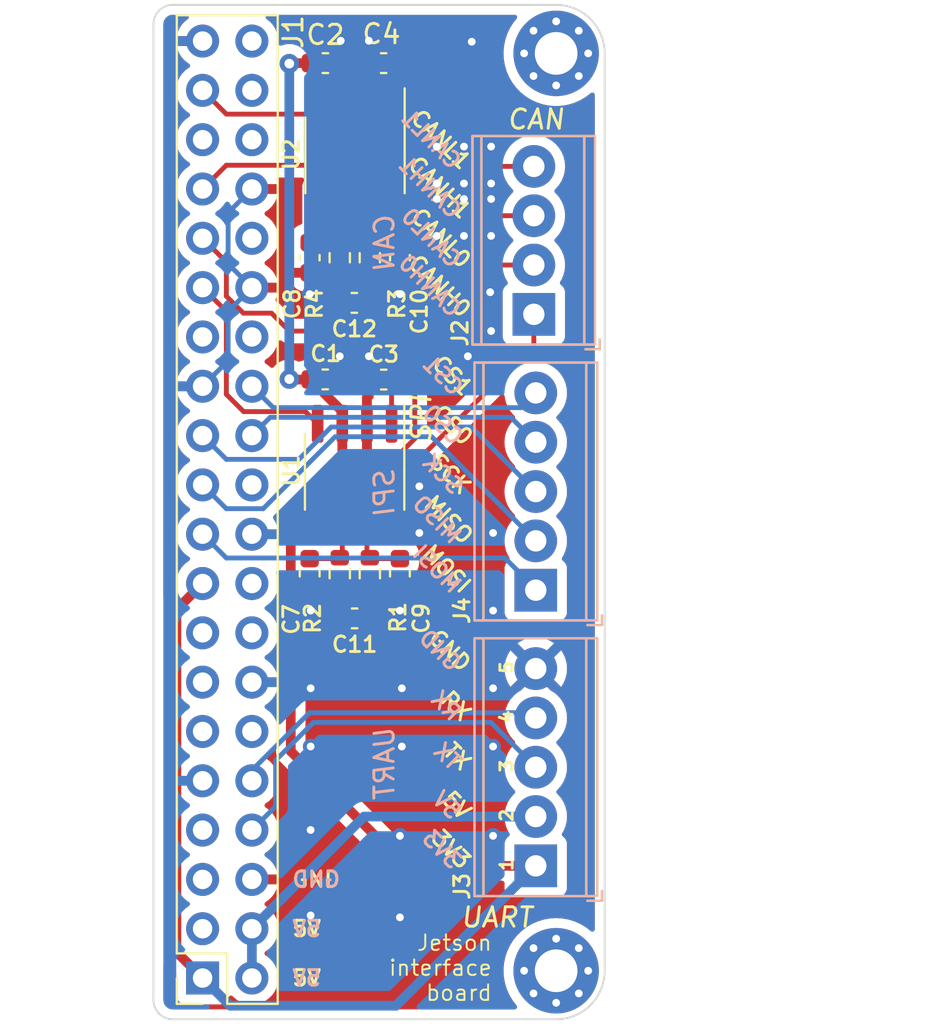
<source format=kicad_pcb>
(kicad_pcb (version 20211014) (generator pcbnew)
  (title_block (title "Jetson interface board w/ 3.3V CAN transceivers PCB") (date "2022-05-09") (rev "1") (comment 2 "Author: Vincent Nguyen"))
  (layers (0 "F.Cu" signal "Front") (31 "B.Cu" signal "Back") (34 "B.Paste" user) (35 "F.Paste" user) (36 "B.SilkS" user "B.Silkscreen") (37 "F.SilkS" user "F.Silkscreen") (38 "B.Mask" user) (39 "F.Mask" user) (44 "Edge.Cuts" user))
  (net 0 "")
  (net 1 "/CANH0")
  (net 2 "Net-(R1-Pad2)")
  (net 3 "/CANL0")
  (net 4 "/CANH1")
  (net 5 "Net-(C12-Pad1)")
  (net 6 "/CANL1")
  (net 7 "/CAN0_DOUT")
  (net 8 "GND")
  (net 9 "+3V3")
  (net 10 "/CAN0_DIN")
  (net 13 "/CAN1_DOUT")
  (net 14 "/CAN1_DIN")
  (net 17 "+5V")
  (net 21 "/UART1_TX")
  (net 22 "/UART1_RX")
  (net 29 "/SPI1_MOSI")
  (net 30 "/SPI1_MISO")
  (net 32 "/SPI1_SCK")
  (net 33 "/SPI1_CS0")
  (net 34 "/SPI1_CS1")
  (footprint "MountingHole:MountingHole_2.2mm_M2_Pad_Via" (layer "F.Cu") (at 162.17452 67.557777)
    (fp_text reference "H1" hide)
    (fp_text value "MountingHole")
    (pad "1" thru_hole circle (at 1.166726 1.166726) (size 0.7 0.7) (drill 0.4) (layers *.Cu *.Mask))
    (pad "1" thru_hole circle (at -1.166726 1.166726) (size 0.7 0.7) (drill 0.4) (layers *.Cu *.Mask))
    (pad "1" thru_hole circle (at 1.65 0) (size 0.7 0.7) (drill 0.4) (layers *.Cu *.Mask))
    (pad "1" thru_hole circle (at 1.166726 -1.166726) (size 0.7 0.7) (drill 0.4) (layers *.Cu *.Mask))
    (pad "1" thru_hole circle (at 0 0) (size 4.4 4.4) (drill 2.2) (layers *.Cu *.Mask))
    (pad "1" thru_hole circle (at -1.65 0) (size 0.7 0.7) (drill 0.4) (layers *.Cu *.Mask))
    (pad "1" thru_hole circle (at 0 -1.65) (size 0.7 0.7) (drill 0.4) (layers *.Cu *.Mask))
    (pad "1" thru_hole circle (at -1.166726 -1.166726) (size 0.7 0.7) (drill 0.4) (layers *.Cu *.Mask))
    (pad "1" thru_hole circle (at 0 1.65) (size 0.7 0.7) (drill 0.4) (layers *.Cu *.Mask))
  )
  (footprint "Capacitor_SMD:C_0603_1608Metric" (layer "F.Cu") (at 150.275 84.35)
    (fp_text reference "C1" (at 0.025 -1.325) (layer "F.SilkS") (effects (font (size 0.8 0.8))))
    (fp_text value "0.1uF")
    (fp_line (start -0.14058 -0.51) (end 0.14058 -0.51) (layer "F.SilkS") (width 0.12))
    (fp_line (start -0.14058 0.51) (end 0.14058 0.51) (layer "F.SilkS") (width 0.12))
    (pad "1" smd roundrect (at -0.775 0) (size 0.9 0.95) (layers "F.Cu" "F.Paste" "F.Mask") (net 9 "+3V3"))
    (pad "2" smd roundrect (at 0.775 0) (size 0.9 0.95) (layers "F.Cu" "F.Paste" "F.Mask") (net 8 "GND"))
  )
  (footprint "Package_SO:SOIC-8_3.9x4.9mm_P1.27mm" (layer "F.Cu") (at 151.78952 89.109143 -90)
    (fp_text reference "U1" (at -0.051366 3.265 90) (layer "F.SilkS") (effects (font (size 0.8 0.8))))
    (fp_text value "SN65HVD232QDR")
    (fp_line (start 0 2.56) (end -1.95 2.56) (layer "F.SilkS") (width 0.12))
    (fp_line (start 0 2.56) (end 1.95 2.56) (layer "F.SilkS") (width 0.12))
    (fp_line (start 0 -2.56) (end -3.45 -2.56) (layer "F.SilkS") (width 0.12))
    (fp_line (start 0 -2.56) (end 1.95 -2.56) (layer "F.SilkS") (width 0.12))
    (pad "1" smd roundrect (at -2.475 -1.905 270) (size 1.95 0.6) (layers "F.Cu" "F.Paste" "F.Mask") (net 7 "/CAN0_DOUT"))
    (pad "2" smd roundrect (at -2.475 -0.635 270) (size 1.95 0.6) (layers "F.Cu" "F.Paste" "F.Mask") (net 8 "GND"))
    (pad "3" smd roundrect (at -2.475 0.635 270) (size 1.95 0.6) (layers "F.Cu" "F.Paste" "F.Mask") (net 9 "+3V3"))
    (pad "4" smd roundrect (at -2.475 1.905 270) (size 1.95 0.6) (layers "F.Cu" "F.Paste" "F.Mask") (net 10 "/CAN0_DIN"))
    (pad "5" smd roundrect (at 2.475 1.905 270) (size 1.95 0.6) (layers "F.Cu" "F.Paste" "F.Mask"))
    (pad "6" smd roundrect (at 2.475 0.635 270) (size 1.95 0.6) (layers "F.Cu" "F.Paste" "F.Mask") (net 3 "/CANL0"))
    (pad "7" smd roundrect (at 2.475 -0.635 270) (size 1.95 0.6) (layers "F.Cu" "F.Paste" "F.Mask") (net 1 "/CANH0"))
    (pad "8" smd roundrect (at 2.475 -1.905 270) (size 1.95 0.6) (layers "F.Cu" "F.Paste" "F.Mask"))
  )
  (footprint "Capacitor_SMD:C_0603_1608Metric" (layer "F.Cu") (at 150.28452 68.059143)
    (fp_text reference "C2" (at 0 -1.459143) (layer "F.SilkS"))
    (fp_text value "0.1uF")
    (fp_line (start -0.14058 -0.51) (end 0.14058 -0.51) (layer "F.SilkS") (width 0.12))
    (fp_line (start -0.14058 0.51) (end 0.14058 0.51) (layer "F.SilkS") (width 0.12))
    (pad "1" smd roundrect (at -0.775 0) (size 0.9 0.95) (layers "F.Cu" "F.Paste" "F.Mask") (net 9 "+3V3"))
    (pad "2" smd roundrect (at 0.775 0) (size 0.9 0.95) (layers "F.Cu" "F.Paste" "F.Mask") (net 8 "GND"))
  )
  (footprint "0_Jetson_board:1725685" (layer "F.Cu") (at 161.12452 104.257777 90)
    (fp_text reference "J3" (at -6.2 -3.8 90) (layer "F.SilkS") (effects (font (size 0.787402 0.787402))))
    (fp_text value "Terminal block 01x05")
    (fp_text user "2" (at -2.54 -1.5 90) (layer "F.SilkS") (effects (font (size 0.64 0.64))))
    (fp_text user "4" (at 2.54 -1.5 90) (layer "F.SilkS") (effects (font (size 0.64 0.64))))
    (fp_text user "1" (at -5.08 -1.5 90) (layer "F.SilkS") (effects (font (size 0.64 0.64))))
    (fp_text user "3" (at 0 -1.5 90) (layer "F.SilkS") (effects (font (size 0.64 0.64))))
    (fp_text user "5" (at 5.08 -1.5 90) (layer "F.SilkS") (effects (font (size 0.64 0.64))))
    (fp_line (start -6.7 3.17) (end 6.58 3.17) (layer "B.SilkS") (width 0.12))
    (fp_line (start 6.58 -3.15) (end 6.58 3.17) (layer "B.SilkS") (width 0.12))
    (fp_line (start -6.94 3.41) (end -6.44 3.41) (layer "B.SilkS") (width 0.12))
    (fp_line (start -6.7 -3.15) (end 6.58 -3.15) (layer "B.SilkS") (width 0.12))
    (fp_line (start -6.7 -3.15) (end -6.7 3.17) (layer "B.SilkS") (width 0.12))
    (fp_line (start -6.7 -2.69) (end 6.58 -2.69) (layer "B.SilkS") (width 0.12))
    (fp_line (start -6.94 2.67) (end -6.94 3.41) (layer "B.SilkS") (width 0.12))
    (fp_line (start -6.7 2.61) (end 6.58 2.61) (layer "B.SilkS") (width 0.12))
    (fp_line (start -6.7075 -3.16) (end -6.7075 3.16) (layer "F.SilkS") (width 0.12))
    (fp_line (start 6.5725 -3.16) (end 6.5725 3.16) (layer "F.SilkS") (width 0.12))
    (fp_line (start -6.7075 -2.7) (end 6.5725 -2.7) (layer "F.SilkS") (width 0.12))
    (fp_line (start -6.7075 3.16) (end 6.5725 3.16) (layer "F.SilkS") (width 0.12))
    (fp_line (start -6.7075 -3.16) (end 6.5725 -3.16) (layer "F.SilkS") (width 0.12))
    (fp_line (start -6.7075 2.6) (end 6.5725 2.6) (layer "F.SilkS") (width 0.12))
    (fp_line (start -6.9475 3.4) (end -6.4475 3.4) (layer "F.SilkS") (width 0.12))
    (fp_line (start -6.9475 2.66) (end -6.9475 3.4) (layer "F.SilkS") (width 0.12))
    (pad "1" thru_hole rect (at -5.1475 0 90) (size 2.2 2.2) (drill 1.1) (layers *.Cu *.Mask) (net 9 "+3V3"))
    (pad "2" thru_hole circle (at -2.6075 0 90) (size 2.2 2.2) (drill 1.1) (layers *.Cu *.Mask) (net 17 "+5V"))
    (pad "3" thru_hole circle (at -0.0675 0 90) (size 2.2 2.2) (drill 1.1) (layers *.Cu *.Mask) (net 21 "/UART1_TX"))
    (pad "4" thru_hole circle (at 2.4725 0 90) (size 2.2 2.2) (drill 1.1) (layers *.Cu *.Mask) (net 22 "/UART1_RX"))
    (pad "5" thru_hole circle (at 5.0125 0 90) (size 2.2 2.2) (drill 1.1) (layers *.Cu *.Mask) (net 8 "GND"))
  )
  (footprint "0_Jetson_board:1725672" (layer "F.Cu") (at 161.02452 77.157777 90)
    (fp_text reference "J2" (at -4.8 -3.8 270) (layer "F.SilkS") (effects (font (size 0.8 0.8))))
    (fp_text value "Terminal block 01x04")
    (fp_line (start -5.39 -2.71) (end 5.35 -2.71) (layer "B.SilkS") (width 0.12))
    (fp_line (start -5.63 3.39) (end -5.13 3.39) (layer "B.SilkS") (width 0.12))
    (fp_line (start -5.63 2.65) (end -5.63 3.39) (layer "B.SilkS") (width 0.12))
    (fp_line (start -5.39 3.15) (end 5.35 3.15) (layer "B.SilkS") (width 0.12))
    (fp_line (start 5.35 -3.17) (end 5.35 3.15) (layer "B.SilkS") (width 0.12))
    (fp_line (start -5.39 2.59) (end 5.35 2.59) (layer "B.SilkS") (width 0.12))
    (fp_line (start -5.39 -3.17) (end -5.39 3.15) (layer "B.SilkS") (width 0.12))
    (fp_line (start -5.39 -3.17) (end 5.35 -3.17) (layer "B.SilkS") (width 0.12))
    (fp_line (start -5.64 2.66) (end -5.64 3.4) (layer "F.SilkS") (width 0.12))
    (fp_line (start -5.4 2.6) (end 5.34 2.6) (layer "F.SilkS") (width 0.12))
    (fp_line (start -5.64 3.4) (end -5.14 3.4) (layer "F.SilkS") (width 0.12))
    (fp_line (start -5.4 3.16) (end 5.34 3.16) (layer "F.SilkS") (width 0.12))
    (fp_line (start 5.34 -3.16) (end 5.34 3.16) (layer "F.SilkS") (width 0.12))
    (fp_line (start -5.4 -3.16) (end -5.4 3.16) (layer "F.SilkS") (width 0.12))
    (fp_line (start -5.4 -2.7) (end 5.34 -2.7) (layer "F.SilkS") (width 0.12))
    (fp_line (start -5.4 -3.16) (end 5.34 -3.16) (layer "F.SilkS") (width 0.12))
    (pad "1" thru_hole rect (at -3.84 0 90) (size 2.2 2.2) (drill 1.1) (layers *.Cu *.Mask) (net 1 "/CANH0"))
    (pad "2" thru_hole circle (at -1.3 0 90) (size 2.2 2.2) (drill 1.1) (layers *.Cu *.Mask) (net 3 "/CANL0"))
    (pad "3" thru_hole circle (at 1.24 0 90) (size 2.2 2.2) (drill 1.1) (layers *.Cu *.Mask) (net 4 "/CANH1"))
    (pad "4" thru_hole circle (at 3.78 0 90) (size 2.2 2.2) (drill 1.1) (layers *.Cu *.Mask) (net 6 "/CANL1"))
  )
  (footprint "Capacitor_SMD:C_0603_1608Metric" (layer "F.Cu") (at 154.12452 78.082777 -90)
    (fp_text reference "C10" (at 2.775 -1 -90) (layer "F.SilkS") (effects (font (size 0.8 0.8))))
    (fp_text value "100pF")
    (fp_line (start -0.14058 -0.51) (end 0.14058 -0.51) (layer "F.SilkS") (width 0.12))
    (fp_line (start -0.14058 0.51) (end 0.14058 0.51) (layer "F.SilkS") (width 0.12))
    (pad "1" smd roundrect (at -0.775 0 270) (size 0.9 0.95) (layers "F.Cu" "F.Paste" "F.Mask") (net 4 "/CANH1"))
    (pad "2" smd roundrect (at 0.775 0 270) (size 0.9 0.95) (layers "F.Cu" "F.Paste" "F.Mask") (net 8 "GND"))
  )
  (footprint "MountingHole:MountingHole_2.2mm_M2_Pad_Via" (layer "F.Cu") (at 162.17452 114.807777)
    (fp_text reference "H2" hide)
    (fp_text value "MountingHole")
    (pad "1" thru_hole circle (at -1.65 0) (size 0.7 0.7) (drill 0.4) (layers *.Cu *.Mask))
    (pad "1" thru_hole circle (at 0 1.65) (size 0.7 0.7) (drill 0.4) (layers *.Cu *.Mask))
    (pad "1" thru_hole circle (at 0 0) (size 4.4 4.4) (drill 2.2) (layers *.Cu *.Mask))
    (pad "1" thru_hole circle (at 1.65 0) (size 0.7 0.7) (drill 0.4) (layers *.Cu *.Mask))
    (pad "1" thru_hole circle (at 0 -1.65) (size 0.7 0.7) (drill 0.4) (layers *.Cu *.Mask))
    (pad "1" thru_hole circle (at -1.166726 -1.166726) (size 0.7 0.7) (drill 0.4) (layers *.Cu *.Mask))
    (pad "1" thru_hole circle (at -1.166726 1.166726) (size 0.7 0.7) (drill 0.4) (layers *.Cu *.Mask))
    (pad "1" thru_hole circle (at 1.166726 -1.166726) (size 0.7 0.7) (drill 0.4) (layers *.Cu *.Mask))
    (pad "1" thru_hole circle (at 1.166726 1.166726) (size 0.7 0.7) (drill 0.4) (layers *.Cu *.Mask))
  )
  (footprint "Capacitor_SMD:C_0603_1608Metric" (layer "F.Cu") (at 151.78952 96.657777)
    (fp_text reference "C11" (at 0 1.342223) (layer "F.SilkS") (effects (font (size 0.8 0.8))))
    (fp_text value "0.1uF")
    (fp_line (start -0.14058 -0.51) (end 0.14058 -0.51) (layer "F.SilkS") (width 0.12))
    (fp_line (start -0.14058 0.51) (end 0.14058 0.51) (layer "F.SilkS") (width 0.12))
    (pad "1" smd roundrect (at -0.775 0) (size 0.9 0.95) (layers "F.Cu" "F.Paste" "F.Mask") (net 2 "Net-(R1-Pad2)"))
    (pad "2" smd roundrect (at 0.775 0) (size 0.9 0.95) (layers "F.Cu" "F.Paste" "F.Mask") (net 8 "GND"))
  )
  (footprint "Capacitor_SMD:C_0603_1608Metric" (layer "F.Cu") (at 154.12452 94.357777 -90)
    (fp_text reference "C9" (at 2.3 -1.1 -90) (layer "F.SilkS") (effects (font (size 0.8 0.8))))
    (fp_text value "100pF")
    (fp_line (start -0.14058 -0.51) (end 0.14058 -0.51) (layer "F.SilkS") (width 0.12))
    (fp_line (start -0.14058 0.51) (end 0.14058 0.51) (layer "F.SilkS") (width 0.12))
    (pad "1" smd roundrect (at -0.775 0 270) (size 0.9 0.95) (layers "F.Cu" "F.Paste" "F.Mask") (net 1 "/CANH0"))
    (pad "2" smd roundrect (at 0.775 0 270) (size 0.9 0.95) (layers "F.Cu" "F.Paste" "F.Mask") (net 8 "GND"))
  )
  (footprint "Resistor_SMD:R_0603_1608Metric" (layer "F.Cu") (at 152.57452 94.357777 -90)
    (fp_text reference "R1" (at 2.25 -1.45 90) (layer "F.SilkS") (effects (font (size 0.8 0.8))))
    (fp_text value "60R")
    (fp_line (start -0.237258 -0.5225) (end 0.237258 -0.5225) (layer "F.SilkS") (width 0.12))
    (fp_line (start -0.237258 0.5225) (end 0.237258 0.5225) (layer "F.SilkS") (width 0.12))
    (pad "1" smd roundrect (at -0.825 0 270) (size 0.8 0.95) (layers "F.Cu" "F.Paste" "F.Mask") (net 1 "/CANH0"))
    (pad "2" smd roundrect (at 0.825 0 270) (size 0.8 0.95) (layers "F.Cu" "F.Paste" "F.Mask") (net 2 "Net-(R1-Pad2)"))
  )
  (footprint "Resistor_SMD:R_0603_1608Metric" (layer "F.Cu") (at 151.02452 94.357777 90)
    (fp_text reference "R2" (at -2.3 -1.4 270) (layer "F.SilkS") (effects (font (size 0.8 0.8))))
    (fp_text value "60R")
    (fp_line (start -0.237258 0.5225) (end 0.237258 0.5225) (layer "F.SilkS") (width 0.12))
    (fp_line (start -0.237258 -0.5225) (end 0.237258 -0.5225) (layer "F.SilkS") (width 0.12))
    (pad "1" smd roundrect (at -0.825 0 90) (size 0.8 0.95) (layers "F.Cu" "F.Paste" "F.Mask") (net 2 "Net-(R1-Pad2)"))
    (pad "2" smd roundrect (at 0.825 0 90) (size 0.8 0.95) (layers "F.Cu" "F.Paste" "F.Mask") (net 3 "/CANL0"))
  )
  (footprint "Capacitor_SMD:C_0603_1608Metric" (layer "F.Cu") (at 151.77452 80.407777)
    (fp_text reference "C12" (at 0 1.342223) (layer "F.SilkS") (effects (font (size 0.8 0.8))))
    (fp_text value "0.1uF")
    (fp_line (start -0.14058 -0.51) (end 0.14058 -0.51) (layer "F.SilkS") (width 0.12))
    (fp_line (start -0.14058 0.51) (end 0.14058 0.51) (layer "F.SilkS") (width 0.12))
    (pad "1" smd roundrect (at -0.775 0) (size 0.9 0.95) (layers "F.Cu" "F.Paste" "F.Mask") (net 5 "Net-(C12-Pad1)"))
    (pad "2" smd roundrect (at 0.775 0) (size 0.9 0.95) (layers "F.Cu" "F.Paste" "F.Mask") (net 8 "GND"))
  )
  (footprint "Capacitor_SMD:C_0603_1608Metric" (layer "F.Cu") (at 153.28452 68.059143 180)
    (fp_text reference "C4" (at 0.11 1.501366) (layer "F.SilkS"))
    (fp_text value "0.1uF")
    (fp_line (start -0.14058 -0.51) (end 0.14058 -0.51) (layer "F.SilkS") (width 0.12))
    (fp_line (start -0.14058 0.51) (end 0.14058 0.51) (layer "F.SilkS") (width 0.12))
    (pad "1" smd roundrect (at -0.775 0 180) (size 0.9 0.95) (layers "F.Cu" "F.Paste" "F.Mask") (net 13 "/CAN1_DOUT"))
    (pad "2" smd roundrect (at 0.775 0 180) (size 0.9 0.95) (layers "F.Cu" "F.Paste" "F.Mask") (net 8 "GND"))
  )
  (footprint "Package_SO:SOIC-8_3.9x4.9mm_P1.27mm" (layer "F.Cu") (at 151.80952 72.809143 -90)
    (fp_text reference "U2" (at -0.051366 3.285 -90) (layer "F.SilkS") (effects (font (size 0.8 0.8))))
    (fp_text value "SN65HVD232QDR")
    (fp_line (start 0 2.56) (end 1.95 2.56) (layer "F.SilkS") (width 0.12))
    (fp_line (start 0 -2.56) (end 1.95 -2.56) (layer "F.SilkS") (width 0.12))
    (fp_line (start 0 2.56) (end -1.95 2.56) (layer "F.SilkS") (width 0.12))
    (fp_line (start 0 -2.56) (end -3.45 -2.56) (layer "F.SilkS") (width 0.12))
    (pad "1" smd roundrect (at -2.475 -1.905 270) (size 1.95 0.6) (layers "F.Cu" "F.Paste" "F.Mask") (net 13 "/CAN1_DOUT"))
    (pad "2" smd roundrect (at -2.475 -0.635 270) (size 1.95 0.6) (layers "F.Cu" "F.Paste" "F.Mask") (net 8 "GND"))
    (pad "3" smd roundrect (at -2.475 0.635 270) (size 1.95 0.6) (layers "F.Cu" "F.Paste" "F.Mask") (net 9 "+3V3"))
    (pad "4" smd roundrect (at -2.475 1.905 270) (size 1.95 0.6) (layers "F.Cu" "F.Paste" "F.Mask") (net 14 "/CAN1_DIN"))
    (pad "5" smd roundrect (at 2.475 1.905 270) (size 1.95 0.6) (layers "F.Cu" "F.Paste" "F.Mask"))
    (pad "6" smd roundrect (at 2.475 0.635 270) (size 1.95 0.6) (layers "F.Cu" "F.Paste" "F.Mask") (net 6 "/CANL1"))
    (pad "7" smd roundrect (at 2.475 -0.635 270) (size 1.95 0.6) (layers "F.Cu" "F.Paste" "F.Mask") (net 4 "/CANH1"))
    (pad "8" smd roundrect (at 2.475 -1.905 270) (size 1.95 0.6) (layers "F.Cu" "F.Paste" "F.Mask"))
  )
  (footprint "Capacitor_SMD:C_0603_1608Metric" (layer "F.Cu") (at 149.47452 94.357777 -90)
    (fp_text reference "C7" (at 2.35 0.95 -90) (layer "F.SilkS") (effects (font (size 0.8 0.8))))
    (fp_text value "100pF")
    (fp_line (start -0.14058 0.51) (end 0.14058 0.51) (layer "F.SilkS") (width 0.12))
    (fp_line (start -0.14058 -0.51) (end 0.14058 -0.51) (layer "F.SilkS") (width 0.12))
    (pad "1" smd roundrect (at -0.775 0 270) (size 0.9 0.95) (layers "F.Cu" "F.Paste" "F.Mask") (net 3 "/CANL0"))
    (pad "2" smd roundrect (at 0.775 0 270) (size 0.9 0.95) (layers "F.Cu" "F.Paste" "F.Mask") (net 8 "GND"))
  )
  (footprint "0_Jetson_board:2x20 2.54mm Socket" (layer "F.Cu") (at 145.22652 91.052777)
    (fp_text reference "J1" (at 3.398 -24.595 90 unlocked) (layer "F.SilkS"))
    (fp_text value "Conn_02x20_Odd_Even")
    (fp_line (start -2.6 25.46) (end -1.27 25.46) (layer "F.SilkS") (width 0.12))
    (fp_line (start -2.6 22.86) (end -2.6 -25.46) (layer "F.SilkS") (width 0.12))
    (fp_line (start -2.6 24.13) (end -2.6 25.46) (layer "F.SilkS") (width 0.12))
    (fp_line (start -2.6 22.86) (end 0 22.86) (layer "F.SilkS") (width 0.12))
    (fp_line (start -2.6 -25.46) (end 2.6 -25.46) (layer "F.SilkS") (width 0.12))
    (fp_line (start 0 25.46) (end 2.6 25.46) (layer "F.SilkS") (width 0.12))
    (fp_line (start 2.6 25.46) (end 2.6 -25.46) (layer "F.SilkS") (width 0.12))
    (fp_line (start 0 22.86) (end 0 25.46) (layer "F.SilkS") (width 0.12))
    (pad "1" thru_hole rect (at -1.27 24.13 180) (size 1.7 1.7) (drill 1) (layers *.Cu *.Mask) (net 9 "+3V3"))
    (pad "2" thru_hole oval (at 1.27 24.13 180) (size 1.7 1.7) (drill 1) (layers *.Cu *.Mask) (net 17 "+5V"))
    (pad "3" thru_hole oval (at -1.27 21.59 180) (size 1.7 1.7) (drill 1) (layers *.Cu *.Mask))
    (pad "4" thru_hole oval (at 1.27 21.59 180) (size 1.7 1.7) (drill 1) (layers *.Cu *.Mask) (net 17 "+5V"))
    (pad "5" thru_hole oval (at -1.27 19.05 180) (size 1.7 1.7) (drill 1) (layers *.Cu *.Mask))
    (pad "6" thru_hole oval (at 1.27 19.05 180) (size 1.7 1.7) (drill 1) (layers *.Cu *.Mask) (net 8 "GND"))
    (pad "7" thru_hole oval (at -1.27 16.51 180) (size 1.7 1.7) (drill 1) (layers *.Cu *.Mask))
    (pad "8" thru_hole oval (at 1.27 16.51 180) (size 1.7 1.7) (drill 1) (layers *.Cu *.Mask) (net 21 "/UART1_TX"))
    (pad "9" thru_hole oval (at -1.27 13.97 180) (size 1.7 1.7) (drill 1) (layers *.Cu *.Mask) (net 8 "GND"))
    (pad "10" thru_hole oval (at 1.27 13.97 180) (size 1.7 1.7) (drill 1) (layers *.Cu *.Mask) (net 22 "/UART1_RX"))
    (pad "11" thru_hole oval (at -1.27 11.43 180) (size 1.7 1.7) (drill 1) (layers *.Cu *.Mask))
    (pad "12" thru_hole oval (at 1.27 11.43 180) (size 1.7 1.7) (drill 1) (layers *.Cu *.Mask))
    (pad "13" thru_hole oval (at -1.27 8.89 180) (size 1.7 1.7) (drill 1) (layers *.Cu *.Mask))
    (pad "14" thru_hole oval (at 1.27 8.89 180) (size 1.7 1.7) (drill 1) (layers *.Cu *.Mask) (net 8 "GND"))
    (pad "15" thru_hole oval (at -1.27 6.35 180) (size 1.7 1.7) (drill 1) (layers *.Cu *.Mask))
    (pad "16" thru_hole oval (at 1.27 6.35 180) (size 1.7 1.7) (drill 1) (layers *.Cu *.Mask))
    (pad "17" thru_hole oval (at -1.27 3.81 180) (size 1.7 1.7) (drill 1) (layers *.Cu *.Mask) (net 9 "+3V3"))
    (pad "18" thru_hole oval (at 1.27 3.81 180) (size 1.7 1.7) (drill 1) (layers *.Cu *.Mask))
    (pad "19" thru_hole oval (at -1.27 1.27 180) (size 1.7 1.7) (drill 1) (layers *.Cu *.Mask) (net 29 "/SPI1_MOSI"))
    (pad "20" thru_hole oval (at 1.27 1.27 180) (size 1.7 1.7) (drill 1) (layers *.Cu *.Mask) (net 8 "GND"))
    (pad "21" thru_hole oval (at -1.27 -1.27 180) (size 1.7 1.7) (drill 1) (layers *.Cu *.Mask) (net 30 "/SPI1_MISO"))
    (pad "22" thru_hole oval (at 1.27 -1.27 180) (size 1.7 1.7) (drill 1) (layers *.Cu *.Mask))
    (pad "23" thru_hole oval (at -1.27 -3.81 180) (size 1.7 1.7) (drill 1) (layers *.Cu *.Mask) (net 32 "/SPI1_SCK"))
    (pad "24" thru_hole oval (at 1.27 -3.81 180) (size 1.7 1.7) (drill 1) (layers *.Cu *.Mask) (net 33 "/SPI1_CS0"))
    (pad "25" thru_hole oval (at -1.27 -6.35 180) (size 1.7 1.7) (drill 1) (layers *.Cu *.Mask) (net 8 "GND"))
    (pad "26" thru_hole oval (at 1.27 -6.35 180) (size 1.7 1.7) (drill 1) (layers *.Cu *.Mask) (net 34 "/SPI1_CS1"))
    (pad "27" thru_hole oval (at -1.27 -8.89 180) (size 1.7 1.7) (drill 1) (layers *.Cu *.Mask))
    (pad "28" thru_hole oval (at 1.27 -8.89 180) (size 1.7 1.7) (drill 1) (layers *.Cu *.Mask))
    (pad "29" thru_hole oval (at -1.27 -11.43 180) (size 1.7 1.7) (drill 1) (layers *.Cu *.Mask) (net 10 "/CAN0_DIN"))
    (pad "30" thru_hole oval (at 1.27 -11.43 180) (size 1.7 1.7) (drill 1) (layers *.Cu *.Mask) (net 8 "GND"))
    (pad "31" thru_hole oval (at -1.27 -13.97 180) (size 1.7 1.7) (drill 1) (layers *.Cu *.Mask) (net 7 "/CAN0_DOUT"))
    (pad "32" thru_hole oval (at 1.27 -13.97 180) (size 1.7 1.7) (drill 1) (layers *.Cu *.Mask))
    (pad "33" thru_hole oval (at -1.27 -16.51 180) (size 1.7 1.7) (drill 1) (layers *.Cu *.Mask) (net 13 "/CAN1_DOUT"))
    (pad "34" thru_hole oval (at 1.27 -16.51 180) (size 1.7 1.7) (drill 1) (layers *.Cu *.Mask) (net 8 "GND"))
    (pad "35" thru_hole oval (at -1.27 -19.05 180) (size 1.7 1.7) (drill 1) (layers *.Cu *.Mask))
    (pad "36" thru_hole oval (at 1.27 -19.05 180) (size 1.7 1.7) (drill 1) (layers *.Cu *.Mask))
    (pad "37" thru_hole oval (at -1.27 -21.59 180) (size 1.7 1.7) (drill 1) (layers *.Cu *.Mask) (net 14 "/CAN1_DIN"))
    (pad "38" thru_hole oval (at 1.27 -21.59 180) (size 1.7 1.7) (drill 1) (layers *.Cu *.Mask))
    (pad "39" thru_hole oval (at -1.27 -24.13 180) (size 1.7 1.7) (drill 1) (layers *.Cu *.Mask) (net 8 "GND"))
    (pad "40" thru_hole oval (at 1.27 -24.13 180) (size 1.7 1.7) (drill 1) (layers *.Cu *.Mask))
  )
  (footprint "Resistor_SMD:R_0603_1608Metric" (layer "F.Cu") (at 151.02452 78.082777 90)
    (fp_text reference "R4" (at -2.375 -1.3 270) (layer "F.SilkS") (effects (font (size 0.8 0.8))))
    (fp_text value "60R")
    (fp_line (start -0.237258 -0.5225) (end 0.237258 -0.5225) (layer "F.SilkS") (width 0.12))
    (fp_line (start -0.237258 0.5225) (end 0.237258 0.5225) (layer "F.SilkS") (width 0.12))
    (pad "1" smd roundrect (at -0.825 0 90) (size 0.8 0.95) (layers "F.Cu" "F.Paste" "F.Mask") (net 5 "Net-(C12-Pad1)"))
    (pad "2" smd roundrect (at 0.825 0 90) (size 0.8 0.95) (layers "F.Cu" "F.Paste" "F.Mask") (net 6 "/CANL1"))
  )
  (footprint "0_Jetson_board:1725685" (layer "F.Cu") (at 161.12452 90.057777 90)
    (fp_text reference "J4" (at -6.2 -3.8 270) (layer "F.SilkS") (effects (font (size 0.787402 0.787402))))
    (fp_text value "Terminal block 01x05")
    (fp_line (start -6.7 -2.69) (end 6.58 -2.69) (layer "B.SilkS") (width 0.12))
    (fp_line (start -6.7 3.17) (end 6.58 3.17) (layer "B.SilkS") (width 0.12))
    (fp_line (start -6.94 2.67) (end -6.94 3.41) (layer "B.SilkS") (width 0.12))
    (fp_line (start 6.58 -3.15) (end 6.58 3.17) (layer "B.SilkS") (width 0.12))
    (fp_line (start -6.7 -3.15) (end -6.7 3.17) (layer "B.SilkS") (width 0.12))
    (fp_line (start -6.7 2.61) (end 6.58 2.61) (layer "B.SilkS") (width 0.12))
    (fp_line (start -6.7 -3.15) (end 6.58 -3.15) (layer "B.SilkS") (width 0.12))
    (fp_line (start -6.94 3.41) (end -6.44 3.41) (layer "B.SilkS") (width 0.12))
    (fp_line (start -6.7075 2.6) (end 6.5725 2.6) (layer "F.SilkS") (width 0.12))
    (fp_line (start -6.9475 2.66) (end -6.9475 3.4) (layer "F.SilkS") (width 0.12))
    (fp_line (start -6.7075 3.16) (end 6.5725 3.16) (layer "F.SilkS") (width 0.12))
    (fp_line (start -6.7075 -3.16) (end 6.5725 -3.16) (layer "F.SilkS") (width 0.12))
    (fp_line (start -6.9475 3.4) (end -6.4475 3.4) (layer "F.SilkS") (width 0.12))
    (fp_line (start -6.7075 -2.7) (end 6.5725 -2.7) (layer "F.SilkS") (width 0.12))
    (fp_line (start -6.7075 -3.16) (end -6.7075 3.16) (layer "F.SilkS") (width 0.12))
    (fp_line (start 6.5725 -3.16) (end 6.5725 3.16) (layer "F.SilkS") (width 0.12))
    (pad "1" thru_hole rect (at -5.1475 0 90) (size 2.2 2.2) (drill 1.1) (layers *.Cu *.Mask) (net 29 "/SPI1_MOSI"))
    (pad "2" thru_hole circle (at -2.6075 0 90) (size 2.2 2.2) (drill 1.1) (layers *.Cu *.Mask) (net 30 "/SPI1_MISO"))
    (pad "3" thru_hole circle (at -0.0675 0 90) (size 2.2 2.2) (drill 1.1) (layers *.Cu *.Mask) (net 32 "/SPI1_SCK"))
    (pad "4" thru_hole circle (at 2.4725 0 90) (size 2.2 2.2) (drill 1.1) (layers *.Cu *.Mask) (net 33 "/SPI1_CS0"))
    (pad "5" thru_hole circle (at 5.0125 0 90) (size 2.2 2.2) (drill 1.1) (layers *.Cu *.Mask) (net 34 "/SPI1_CS1"))
  )
  (footprint "Capacitor_SMD:C_0603_1608Metric" (layer "F.Cu") (at 153.28952 84.359143 180)
    (fp_text reference "C3" (at 0 1.301366) (layer "F.SilkS") (effects (font (size 0.8 0.8))))
    (fp_text value "0.1uF")
    (fp_line (start -0.14058 0.51) (end 0.14058 0.51) (layer "F.SilkS") (width 0.12))
    (fp_line (start -0.14058 -0.51) (end 0.14058 -0.51) (layer "F.SilkS") (width 0.12))
    (pad "1" smd roundrect (at -0.775 0 180) (size 0.9 0.95) (layers "F.Cu" "F.Paste" "F.Mask") (net 7 "/CAN0_DOUT"))
    (pad "2" smd roundrect (at 0.775 0 180) (size 0.9 0.95) (layers "F.Cu" "F.Paste" "F.Mask") (net 8 "GND"))
  )
  (footprint "Resistor_SMD:R_0603_1608Metric" (layer "F.Cu") (at 152.57452 78.082777 -90)
    (fp_text reference "R3" (at 2.375 -1.4 -90) (layer "F.SilkS") (effects (font (size 0.8 0.8))))
    (fp_text value "60R")
    (fp_line (start -0.237258 0.5225) (end 0.237258 0.5225) (layer "F.SilkS") (width 0.12))
    (fp_line (start -0.237258 -0.5225) (end 0.237258 -0.5225) (layer "F.SilkS") (width 0.12))
    (pad "1" smd roundrect (at -0.825 0 270) (size 0.8 0.95) (layers "F.Cu" "F.Paste" "F.Mask") (net 4 "/CANH1"))
    (pad "2" smd roundrect (at 0.825 0 270) (size 0.8 0.95) (layers "F.Cu" "F.Paste" "F.Mask") (net 5 "Net-(C12-Pad1)"))
  )
  (footprint "Capacitor_SMD:C_0603_1608Metric" (layer "F.Cu") (at 149.47452 78.082777 -90)
    (fp_text reference "C8" (at 2.375 0.9 -90) (layer "F.SilkS") (effects (font (size 0.8 0.8))))
    (fp_text value "100pF")
    (fp_line (start -0.14058 0.51) (end 0.14058 0.51) (layer "F.SilkS") (width 0.12))
    (fp_line (start -0.14058 -0.51) (end 0.14058 -0.51) (layer "F.SilkS") (width 0.12))
    (pad "1" smd roundrect (at -0.775 0 270) (size 0.9 0.95) (layers "F.Cu" "F.Paste" "F.Mask") (net 6 "/CANL1"))
    (pad "2" smd roundrect (at 0.775 0 270) (size 0.9 0.95) (layers "F.Cu" "F.Paste" "F.Mask") (net 8 "GND"))
  )
  (gr_arc (start 164.67452 114.807777) (mid 163.942287 116.575544) (end 162.17452 117.307777) (layer "Edge.Cuts") (width 0.1))
  (gr_line (start 142.42452 65.057777) (end 162.17452 65.057777) (layer "Edge.Cuts") (width 0.1))
  (gr_arc (start 141.42452 66.057777) (mid 141.717413 65.35067) (end 142.42452 65.057777) (layer "Edge.Cuts") (width 0.1))
  (gr_arc (start 162.17452 65.057777) (mid 163.942287 65.79001) (end 164.67452 67.557777) (layer "Edge.Cuts") (width 0.1))
  (gr_line (start 141.42452 66.057777) (end 141.42452 116.307777) (layer "Edge.Cuts") (width 0.1))
  (gr_arc (start 142.42452 117.307777) (mid 141.717413 117.014884) (end 141.42452 116.307777) (layer "Edge.Cuts") (width 0.1))
  (gr_line (start 164.67452 67.557777) (end 164.67452 114.807777) (layer "Edge.Cuts") (width 0.1))
  (gr_line (start 162.17452 117.307777) (end 142.42452 117.307777) (layer "Edge.Cuts") (width 0.1))
  (gr_text "SCK" (at 157.22452 90.125277 -45) (layer "B.SilkS") (effects (font (size 0.8 0.8)) (justify left mirror)))
  (gr_text "CAN" (at 153.32452 77.257777 90) (layer "B.SilkS") (effects (font (size 1 1) (thickness 0.15) italic) (justify mirror)))
  (gr_text "CANH0" (at 157.12452 80.997777 -45) (layer "B.SilkS") (effects (font (size 0.8 0.8)) (justify left mirror)))
  (gr_text "CANL1" (at 157.12452 73.377777 -45) (layer "B.SilkS") (effects (font (size 0.8 0.8)) (justify left mirror)))
  (gr_text "GND" (at 157.12452 99.245277 -45) (layer "B.SilkS") (effects (font (size 0.8 0.8)) (justify left mirror)))
  (gr_text "CANL0" (at 157.12452 78.457777 -45) (layer "B.SilkS") (effects (font (size 0.8 0.8)) (justify left mirror)))
  (gr_text "GND" (at 148.49652 110.102777) (layer "B.SilkS") (effects (font (size 0.8 0.8)) (justify right mirror)))
  (gr_text "3V3" (at 157.12452 109.405277 -45) (layer "B.SilkS") (effects (font (size 0.8 0.8)) (justify left mirror)))
  (gr_text "SPI" (at 153.32452 90.125277 90) (layer "B.SilkS") (effects (font (size 1 1) (thickness 0.15) italic) (justify mirror)))
  (gr_text "5V" (at 157.12452 106.865277 -45) (layer "B.SilkS") (effects (font (size 0.8 0.8)) (justify left mirror)))
  (gr_text "RX" (at 157.12452 101.785277 -45) (layer "B.SilkS") (effects (font (size 0.8 0.8)) (justify left mirror)))
  (gr_text "TX" (at 157.12452 104.325277 -45) (layer "B.SilkS") (effects (font (size 0.8 0.8)) (justify left mirror)))
  (gr_text "5V" (at 148.49652 112.642777) (layer "B.SilkS") (effects (font (size 0.8 0.8)) (justify right mirror)))
  (gr_text "MOSI" (at 157.12452 95.205277 -45) (layer "B.SilkS") (effects (font (size 0.8 0.8)) (justify left mirror)))
  (gr_text "UART" (at 153.32452 104.057777 90) (layer "B.SilkS") (effects (font (size 1 1) (thickness 0.15) italic) (justify mirror)))
  (gr_text "CANH1" (at 157.12452 75.917777 315) (layer "B.SilkS") (effects (font (size 0.8 0.8)) (justify left mirror)))
  (gr_text "CS0" (at 157.22452 87.585277 -45) (layer "B.SilkS") (effects (font (size 0.8 0.8)) (justify left mirror)))
  (gr_text "5V" (at 148.49652 115.182777) (layer "B.SilkS") (effects (font (size 0.8 0.8)) (justify right mirror)))
  (gr_text "CS1" (at 157.22452 85.045277 -45) (layer "B.SilkS") (effects (font (size 0.8 0.8)) (justify left mirror)))
  (gr_text "MISO" (at 157.12452 92.665277 -45) (layer "B.SilkS") (effects (font (size 0.8 0.8)) (justify left mirror)))
  (gr_text "CANL1" (at 157.62452 73.377777 315) (layer "F.SilkS") (effects (font (size 0.8 0.8)) (justify right)))
  (gr_text "UART" (at 159.12452 112.057777) (layer "F.SilkS") (effects (font (size 1 1) (thickness 0.15) italic)))
  (gr_text "SCK" (at 157.62452 90.125277 315) (layer "F.SilkS") (effects (font (size 0.8 0.8)) (justify right)))
  (gr_text "CANH0" (at 157.62452 80.997777 315) (layer "F.SilkS") (effects (font (size 0.8 0.8)) (justify right)))
  (gr_text "5V" (at 148.49652 112.642777) (layer "F.SilkS") (effects (font (size 0.8 0.8)) (justify left)))
  (gr_text "RX" (at 157.62452 101.785277 315) (layer "F.SilkS") (effects (font (size 0.8 0.8)) (justify right)))
  (gr_text "CAN" (at 161.12452 70.957777) (layer "F.SilkS") (effects (font (size 1 1) (thickness 0.15) italic)))
  (gr_text "SPI" (at 155.22452 86.357777 90) (layer "F.SilkS") (effects (font (size 1 1) (thickness 0.15) italic)))
  (gr_text "CANH1" (at 157.62452 75.917777 315) (layer "F.SilkS") (effects (font (size 0.8 0.8)) (justify right)))
  (gr_text "5V" (at 157.62452 106.865277 315) (layer "F.SilkS") (effects (font (size 0.8 0.8)) (justify right)))
  (gr_text "5V" (at 148.49652 115.182777) (layer "F.SilkS") (effects (font (size 0.8 0.8)) (justify left)))
  (gr_text "3V3" (at 157.62452 109.405277 315) (layer "F.SilkS") (effects (font (size 0.8 0.8)) (justify right)))
  (gr_text "GND" (at 157.62452 99.245277 315) (layer "F.SilkS") (effects (font (size 0.8 0.8)) (justify right)))
  (gr_text "CS1" (at 157.72452 85.045277 315) (layer "F.SilkS") (effects (font (size 0.8 0.8)) (justify right)))
  (gr_text "CANL0" (at 157.62452 78.457777 315) (layer "F.SilkS") (effects (font (size 0.8 0.8)) (justify right)))
  (gr_text "GND" (at 148.49652 110.102777) (layer "F.SilkS") (effects (font (size 0.8 0.8)) (justify left)))
  (gr_text "Jetson\ninterface\nboard" (at 158.92452 114.657777) (layer "F.SilkS") (effects (font (size 0.8 0.8) (thickness 0.1)) (justify right)))
  (gr_text "MOSI" (at 157.62452 95.205277 315) (layer "F.SilkS") (effects (font (size 0.8 0.8)) (justify right)))
  (gr_text "MISO" (at 157.72452 92.665277 315) (layer "F.SilkS") (effects (font (size 0.8 0.8)) (justify right)))
  (gr_text "CS0" (at 157.72452 87.585277 315) (layer "F.SilkS") (effects (font (size 0.8 0.8)) (justify right)))
  (gr_text "TX" (at 157.62452 104.325277 315) (layer "F.SilkS") (effects (font (size 0.8 0.8)) (justify right)))
  (segment (start 152.42452 91.13736) (end 161.02452 82.53736) (width 0.25) (layer "F.Cu") (net 1))
  (segment (start 152.62452 93.582777) (end 152.57452 93.532777) (width 0.25) (layer "F.Cu") (net 1))
  (segment (start 152.42452 93.382777) (end 152.57452 93.532777) (width 0.25) (layer "F.Cu") (net 1))
  (segment (start 152.42452 91.584143) (end 152.42452 93.382777) (width 0.25) (layer "F.Cu") (net 1))
  (segment (start 154.12452 93.582777) (end 152.62452 93.582777) (width 0.25) (layer "F.Cu") (net 1))
  (segment (start 152.42452 91.584143) (end 152.42452 91.13736) (width 0.25) (layer "F.Cu") (net 1))
  (segment (start 161.02452 82.53736) (end 161.02452 80.997777) (width 0.25) (layer "F.Cu") (net 1))
  (segment (start 151.02452 95.182777) (end 152.57452 95.182777) (width 0.25) (layer "F.Cu") (net 2))
  (segment (start 151.01452 96.657777) (end 151.01452 95.192777) (width 0.25) (layer "F.Cu") (net 2))
  (segment (start 151.01452 95.192777) (end 151.02452 95.182777) (width 0.25) (layer "F.Cu") (net 2))
  (segment (start 154.88904 82.493257) (end 154.88904 87.40284) (width 0.25) (layer "F.Cu") (net 3))
  (segment (start 149.47452 93.582777) (end 150.97452 93.582777) (width 0.25) (layer "F.Cu") (net 3))
  (segment (start 151.15452 91.584143) (end 151.15452 93.402777) (width 0.25) (layer "F.Cu") (net 3))
  (segment (start 161.02452 78.457777) (end 158.92452 78.457777) (width 0.25) (layer "F.Cu") (net 3))
  (segment (start 151.15452 93.402777) (end 151.02452 93.532777) (width 0.25) (layer "F.Cu") (net 3))
  (segment (start 158.92452 78.457777) (end 154.88904 82.493257) (width 0.25) (layer "F.Cu") (net 3))
  (segment (start 151.15452 91.13736) (end 151.15452 91.584143) (width 0.25) (layer "F.Cu") (net 3))
  (segment (start 150.97452 93.582777) (end 151.02452 93.532777) (width 0.25) (layer "F.Cu") (net 3))
  (segment (start 154.88904 87.40284) (end 151.15452 91.13736) (width 0.25) (layer "F.Cu") (net 3))
  (segment (start 154.22452 77.307777) (end 154.12452 77.307777) (width 0.25) (layer "F.Cu") (net 4))
  (segment (start 155.61452 75.917777) (end 161.02452 75.917777) (width 0.25) (layer "F.Cu") (net 4))
  (segment (start 154.07452 77.257777) (end 154.12452 77.307777) (width 0.25) (layer "F.Cu") (net 4))
  (segment (start 152.57452 77.257777) (end 154.07452 77.257777) (width 0.25) (layer "F.Cu") (net 4))
  (segment (start 152.44452 77.077777) (end 152.62452 77.257777) (width 0.25) (layer "F.Cu") (net 4))
  (segment (start 152.44452 75.284143) (end 152.44452 77.077777) (width 0.25) (layer "F.Cu") (net 4))
  (segment (start 154.17452 77.257777) (end 154.22452 77.307777) (width 0.25) (layer "F.Cu") (net 4))
  (segment (start 154.22452 77.307777) (end 155.61452 75.917777) (width 0.25) (layer "F.Cu") (net 4))
  (segment (start 151.02452 78.907777) (end 152.57452 78.907777) (width 0.25) (layer "F.Cu") (net 5))
  (segment (start 150.99952 80.407777) (end 150.99952 78.932777) (width 0.25) (layer "F.Cu") (net 5))
  (segment (start 151.17452 74.83736) (end 152.634103 73.377777) (width 0.25) (layer "F.Cu") (net 6))
  (segment (start 151.17452 75.284143) (end 151.17452 77.107777) (width 0.25) (layer "F.Cu") (net 6))
  (segment (start 149.52452 77.257777) (end 149.47452 77.307777) (width 0.25) (layer "F.Cu") (net 6))
  (segment (start 151.17452 75.284143) (end 151.17452 74.83736) (width 0.25) (layer "F.Cu") (net 6))
  (segment (start 151.17452 77.107777) (end 151.02452 77.257777) (width 0.25) (layer "F.Cu") (net 6))
  (segment (start 152.634103 73.377777) (end 161.02452 73.377777) (width 0.25) (layer "F.Cu") (net 6))
  (segment (start 149.47452 77.257777) (end 149.42452 77.307777) (width 0.25) (layer "F.Cu") (net 6))
  (segment (start 151.02452 77.257777) (end 149.52452 77.257777) (width 0.25) (layer "F.Cu") (net 6))
  (segment (start 152.322183 81.860115) (end 154.06452 83.602452) (width 0.25) (layer "F.Cu") (net 7))
  (segment (start 148.426858 81.860115) (end 152.322183 81.860115) (width 0.25) (layer "F.Cu") (net 7))
  (segment (start 145.181031 78.307288) (end 145.181031 80.064288) (width 0.25) (layer "F.Cu") (net 7))
  (segment (start 153.69452 84.729143) (end 154.06452 84.359143) (width 0.25) (layer "F.Cu") (net 7))
  (segment (start 146.055009 80.938266) (end 147.505009 80.938266) (width 0.25) (layer "F.Cu") (net 7))
  (segment (start 147.505009 80.938266) (end 148.426858 81.860115) (width 0.25) (layer "F.Cu") (net 7))
  (segment (start 153.69452 86.634143) (end 153.69452 84.729143) (width 0.25) (layer "F.Cu") (net 7))
  (segment (start 143.95652 77.082777) (end 145.181031 78.307288) (width 0.25) (layer "F.Cu") (net 7))
  (segment (start 145.181031 80.064288) (end 146.055009 80.938266) (width 0.25) (layer "F.Cu") (net 7))
  (segment (start 154.06452 83.602452) (end 154.06452 84.359143) (width 0.25) (layer "F.Cu") (net 7))
  (segment (start 152.54952 80.407777) (end 152.57452 80.407777) (width 0.25) (layer "F.Cu") (net 8))
  (segment (start 152.56452 96.657777) (end 152.59952 96.657777) (width 0.25) (layer "F.Cu") (net 8))
  (segment (start 152.50952 68.059143) (end 152.50952 70.269143) (width 0.25) (layer "F.Cu") (net 8))
  (segment (start 152.51452 84.359143) (end 152.51452 86.544143) (width 0.25) (layer "F.Cu") (net 8))
  (segment (start 152.50952 70.269143) (end 152.44452 70.334143) (width 0.25) (layer "F.Cu") (net 8))
  (segment (start 152.59952 80.457777) (end 152.62452 80.457777) (width 0.25) (layer "F.Cu") (net 8))
  (segment (start 151.06452 84.359143) (end 152.51452 84.359143) (width 0.25) (layer "F.Cu") (net 8))
  (segment (start 152.59952 96.657777) (end 154.12452 95.132777) (width 0.25) (layer "F.Cu") (net 8))
  (segment (start 154.12452 78.857777) (end 154.12452 78.932777) (width 0.25) (layer "F.Cu") (net 8))
  (segment (start 149.47452 78.857777) (end 149.47452 79.957777) (width 0.25) (layer "F.Cu") (net 8))
  (segment (start 152.57452 80.407777) (end 154.12452 78.857777) (width 0.25) (layer "F.Cu") (net 8))
  (segment (start 152.51452 86.544143) (end 152.42452 86.634143) (width 0.25) (layer "F.Cu") (net 8))
  (segment (start 151.05952 68.059143) (end 152.50952 68.059143) (width 0.25) (layer "F.Cu") (net 8))
  (via (at 156.02452 72.357777) (size 0.8) (drill 0.4) (layers "F.Cu" "B.Cu") (net 8))
  (via (at 154.12452 96.257777) (size 0.8) (drill 0.4) (layers "F.Cu" "B.Cu") (net 8))
  (via (at 151.02452 83.157777) (size 0.8) (drill 0.4) (layers "F.Cu" "B.Cu") (net 8))
  (via (at 155.12452 92.257777) (size 0.8) (drill 0.4) (layers "F.Cu" "B.Cu") (net 8))
  (via (at 158.92452 96.257777) (size 0.8) (drill 0.4) (layers "F.Cu" "B.Cu") (net 8))
  (via (at 152.52452 83.157777) (size 0.8) (drill 0.4) (layers "F.Cu" "B.Cu") (net 8))
  (via (at 149.52452 111.957777) (size 0.8) (drill 0.4) (layers "F.Cu" "B.Cu") (net 8))
  (via (at 157.42452 76.957777) (size 0.8) (drill 0.4) (layers "F.Cu" "B.Cu") (net 8))
  (via (at 157.42452 74.257777) (size 0.8) (drill 0.4) (layers "F.Cu" "B.Cu") (net 8))
  (via (at 158.92452 100.257777) (size 0.8) (drill 0.4) (layers "F.Cu" "B.Cu") (net 8))
  (via (at 149.52452 103.257777) (size 0.8) (drill 0.4) (layers "F.Cu" "B.Cu") (net 8))
  (via (at 158.82452 76.957777) (size 0.8) (drill 0.4) (layers "F.Cu" "B.Cu") (net 8))
  (via (at 158.82452 81.857777) (size 0.8) (drill 0.4) (layers "F.Cu" "B.Cu") (net 8))
  (via (at 158.92452 107.857777) (size 0.8) (drill 0.4) (layers "F.Cu" "B.Cu") (net 8))
  (via (at 156.02452 74.257777) (size 0.8) (drill 0.4) (layers "F.Cu" "B.Cu") (net 8))
  (via (at 149.47452 79.957777) (size 0.8) (drill 0.4) (layers "F.Cu" "B.Cu") (net 8))
  (via (at 149.52452 107.557777) (size 0.8) (drill 0.4) (layers "F.Cu" "B.Cu") (net 8))
  (via (at 149.52452 100.257777) (size 0.8) (drill 0.4) (layers "F.Cu" "B.Cu") (net 8))
  (via (at 155.12452 89.857777) (size 0.8) (drill 0.4) (layers "F.Cu" "B.Cu") (net 8))
  (via (at 154.22452 103.257777) (size 0.8) (drill 0.4) (layers "F.Cu" "B.Cu") (net 8))
  (via (at 158.77452 79.857777) (size 0.8) (drill 0.4) (layers "F.Cu" "B.Cu") (net 8))
  (via (at 158.82452 72.357777) (size 0.8) (drill 0.4) (layers "F.Cu" "B.Cu") (net 8))
  (via (at 151.07452 66.907777) (size 0.8) (drill 0.4) (layers "F.Cu" "B.Cu") (net 8))
  (via (at 157.42452 72.357777) (size 0.8) (drill 0.4) (layers "F.Cu" "B.Cu") (net 8))
  (via (at 152.52452 66.907777) (size 0.8) (drill 0.4) (layers "F.Cu" "B.Cu") (net 8))
  (via (at 154.12452 107.857777) (size 0.8) (drill 0.4) (layers "F.Cu" "B.Cu") (net 8))
  (via (at 158.82452 74.257777) (size 0.8) (drill 0.4) (layers "F.Cu" "B.Cu") (net 8))
  (via (at 157.62452 83.157777) (size 0.8) (drill 0.4) (layers "F.Cu" "B.Cu") (net 8))
  (via (at 157.82452 66.957777) (size 0.8) (drill 0.4) (layers "F.Cu" "B.Cu") (net 8))
  (via (at 154.22452 100.257777) (size 0.8) (drill 0.4) (layers "F.Cu" "B.Cu") (net 8))
  (via (at 157.42452 75.057777) (size 0.8) (drill 0.4) (layers "F.Cu" "B.Cu") (net 8))
  (via (at 158.82452 75.057777) (size 0.8) (drill 0.4) (layers "F.Cu" "B.Cu") (net 8))
  (via (at 158.92452 103.257777) (size 0.8) (drill 0.4) (layers "F.Cu" "B.Cu") (net 8))
  (via (at 154.12452 112.057777) (size 0.8) (drill 0.4) (layers "F.Cu" "B.Cu") (net 8))
  (via (at 156.02452 76.957777) (size 0.8) (drill 0.4) (layers "F.Cu" "B.Cu") (net 8))
  (via (at 158.92452 92.257777) (size 0.8) (drill 0.4) (layers "F.Cu" "B.Cu") (net 8))
  (via (at 154.12452 79.957777) (size 0.8) (drill 0.4) (layers "F.Cu" "B.Cu") (net 8))
  (via (at 149.52452 96.257777) (size 0.8) (drill 0.4) (layers "F.Cu" "B.Cu") (net 8))
  (via (at 156.02452 75.057777) (size 0.8) (drill 0.4) (layers "F.Cu" "B.Cu") (net 8))
  (segment (start 146.49652 79.622777) (end 145.272009 78.398266) (width 0.25) (layer "B.Cu") (net 8))
  (segment (start 145.272009 78.398266) (end 145.272009 75.767288) (width 0.25) (layer "B.Cu") (net 8))
  (segment (start 145.272009 83.387288) (end 145.272009 80.847288) (width 0.25) (layer "B.Cu") (net 8))
  (segment (start 143.95652 84.702777) (end 145.272009 83.387288) (width 0.25) (layer "B.Cu") (net 8))
  (segment (start 145.272009 80.847288) (end 146.49652 79.622777) (width 0.25) (layer "B.Cu") (net 8))
  (segment (start 145.272009 75.767288) (end 146.49652 74.542777) (width 0.25) (layer "B.Cu") (net 8))
  (segment (start 148.44952 68.059143) (end 148.42452 68.084143) (width 0.5) (layer "F.Cu") (net 9))
  (segment (start 151.15452 88.340121) (end 148.5 90.994641) (width 0.5) (layer "F.Cu") (net 9))
  (segment (start 142.607009 113.833266) (end 142.607009 96.212288) (width 0.5) (layer "F.Cu") (net 9))
  (segment (start 149.50952 68.059143) (end 148.44952 68.059143) (width 0.5) (layer "F.Cu") (net 9))
  (segment (start 148.44952 84.359143) (end 148.42452 84.334143) (width 0.5) (layer "F.Cu") (net 9))
  (segment (start 149.51452 84.359143) (end 148.44952 84.359143) (width 0.5) (layer "F.Cu") (net 9))
  (segment (start 149.50952 68.059143) (end 149.559894 68.059143) (width 0.5) (layer "F.Cu") (net 9))
  (segment (start 148.5 90.994641) (end 148.5 103.505359) (width 0.5) (layer "F.Cu") (net 9))
  (segment (start 142.607009 96.212288) (end 143.95652 94.862777) (width 0.5) (layer "F.Cu") (net 9))
  (segment (start 151.15452 86.634143) (end 151.15452 88.340121) (width 0.5) (layer "F.Cu") (net 9))
  (segment (start 149.559894 68.059143) (end 151.17452 69.673769) (width 0.5) (layer "F.Cu") (net 9))
  (segment (start 143.95652 115.182777) (end 142.607009 113.833266) (width 0.5) (layer "F.Cu") (net 9))
  (segment (start 148.5 103.505359) (end 154.399918 109.405277) (width 0.5) (layer "F.Cu") (net 9))
  (segment (start 154.399918 109.405277) (end 161.12452 109.405277) (width 0.5) (layer "F.Cu") (net 9))
  (segment (start 149.51452 84.359143) (end 151.15452 85.999143) (width 0.5) (layer "F.Cu") (net 9))
  (segment (start 151.15452 85.999143) (end 151.15452 86.634143) (width 0.5) (layer "F.Cu") (net 9))
  (segment (start 151.17452 69.673769) (end 151.17452 70.334143) (width 0.5) (layer "F.Cu") (net 9))
  (via (at 148.42452 68.084143) (size 1) (drill 0.5) (layers "F.Cu" "B.Cu") (net 9))
  (via (at 148.42452 84.334143) (size 1) (drill 0.5) (layers "F.Cu" "B.Cu") (net 9))
  (segment (start 145.38152 116.607777) (end 153.92202 116.607777) (width 0.5) (layer "B.Cu") (net 9))
  (segment (start 153.92202 116.607777) (end 161.12452 109.405277) (width 0.5) (layer "B.Cu") (net 9))
  (segment (start 148.42452 84.334143) (end 148.42452 68.084143) (width 0.5) (layer "B.Cu") (net 9))
  (segment (start 143.95652 115.182777) (end 145.38152 116.607777) (width 0.5) (layer "B.Cu") (net 9))
  (segment (start 143.95652 79.622777) (end 145.181031 80.847288) (width 0.25) (layer "F.Cu") (net 10))
  (segment (start 149.258154 86.007777) (end 149.88452 86.634143) (width 0.25) (layer "F.Cu") (net 10))
  (segment (start 146.069799 86.007777) (end 149.258154 86.007777) (width 0.25) (layer "F.Cu") (net 10))
  (segment (start 145.181031 80.847288) (end 145.181031 85.119009) (width 0.25) (layer "F.Cu") (net 10))
  (segment (start 145.181031 85.119009) (end 146.069799 86.007777) (width 0.25) (layer "F.Cu") (net 10))
  (segment (start 145.181031 73.318266) (end 151.17718 73.318266) (width 0.25) (layer "F.Cu") (net 13))
  (segment (start 153.71452 70.780926) (end 153.71452 70.334143) (width 0.25) (layer "F.Cu") (net 13))
  (segment (start 153.71452 68.404143) (end 154.05952 68.059143) (width 0.25) (layer "F.Cu") (net 13))
  (segment (start 151.17718 73.318266) (end 153.71452 70.780926) (width 0.25) (layer "F.Cu") (net 13))
  (segment (start 143.95652 74.542777) (end 145.181031 73.318266) (width 0.25) (layer "F.Cu") (net 13))
  (segment (start 153.71452 70.334143) (end 153.71452 68.404143) (width 0.25) (layer "F.Cu") (net 13))
  (segment (start 143.95652 69.462777) (end 145.181031 70.687288) (width 0.25) (layer "F.Cu") (net 14))
  (segment (start 149.551375 70.687288) (end 149.90452 70.334143) (width 0.25) (layer "F.Cu") (net 14))
  (segment (start 145.181031 70.687288) (end 149.551375 70.687288) (width 0.25) (layer "F.Cu") (net 14))
  (segment (start 161.12452 106.865277) (end 152.27402 106.865277) (width 0.5) (layer "B.Cu") (net 17))
  (segment (start 152.27402 106.865277) (end 146.49652 112.642777) (width 0.5) (layer "B.Cu") (net 17))
  (segment (start 146.49652 112.642777) (end 146.49652 115.182777) (width 0.5) (layer "B.Cu") (net 17))
  (segment (start 147.721031 106.338266) (end 146.49652 107.562777) (width 0.25) (layer "B.Cu") (net 21))
  (segment (start 158.81654 102.017297) (end 161.12452 104.325277) (width 0.25) (layer "B.Cu") (net 21))
  (segment (start 149.669675 102.017297) (end 158.81654 102.017297) (width 0.25) (layer "B.Cu") (net 21))
  (segment (start 147.721031 103.965941) (end 147.721031 106.338266) (width 0.25) (layer "B.Cu") (net 21))
  (segment (start 149.669675 102.017297) (end 147.721031 103.965941) (width 0.25) (layer "B.Cu") (net 21))
  (segment (start 149.462767 101.517777) (end 160.85702 101.517777) (width 0.25) (layer "B.Cu") (net 22))
  (segment (start 146.49652 104.484024) (end 146.49652 105.022777) (width 0.25) (layer "B.Cu") (net 22))
  (segment (start 160.85702 101.517777) (end 161.12452 101.785277) (width 0.25) (layer "B.Cu") (net 22))
  (segment (start 149.462767 101.517777) (end 146.49652 104.484024) (width 0.25) (layer "B.Cu") (net 22))
  (segment (start 161.05702 101.517777) (end 161.12452 101.585277) (width 0.25) (layer "B.Cu") (net 22))
  (segment (start 145.181031 93.547288) (end 143.95652 92.322777) (width 0.25) (layer "B.Cu") (net 29))
  (segment (start 159.534031 93.547288) (end 145.181031 93.547288) (width 0.25) (layer "B.Cu") (net 29))
  (segment (start 161.12452 95.137777) (end 159.534031 93.547288) (width 0.25) (layer "B.Cu") (net 29))
  (segment (start 145.181031 91.007288) (end 143.95652 89.782777) (width 0.25) (layer "B.Cu") (net 30))
  (segment (start 150.787387 87.301338) (end 147.081437 91.007288) (width 0.25) (layer "B.Cu") (net 30))
  (segment (start 147.081437 91.007288) (end 145.181031 91.007288) (width 0.25) (layer "B.Cu") (net 30))
  (segment (start 155.760581 87.301338) (end 150.787387 87.301338) (width 0.25) (layer "B.Cu") (net 30))
  (segment (start 161.12452 92.665277) (end 155.760581 87.301338) (width 0.25) (layer "B.Cu") (net 30))
  (segment (start 157.801061 86.801818) (end 150.580479 86.801818) (width 0.25) (layer "B.Cu") (net 32))
  (segment (start 148.915009 88.467288) (end 145.181031 88.467288) (width 0.25) (layer "B.Cu") (net 32))
  (segment (start 161.12452 90.125277) (end 157.801061 86.801818) (width 0.25) (layer "B.Cu") (net 32))
  (segment (start 145.181031 88.467288) (end 143.95652 87.242777) (width 0.25) (layer "B.Cu") (net 32))
  (segment (start 150.580479 86.801818) (end 148.915009 88.467288) (width 0.25) (layer "B.Cu") (net 32))
  (segment (start 161.12452 87.585277) (end 159.841541 86.302298) (width 0.25) (layer "B.Cu") (net 33))
  (segment (start 159.841541 86.302298) (end 147.437 86.302297) (width 0.25) (layer "B.Cu") (net 33))
  (segment (start 147.437 86.302297) (end 146.49652 87.242777) (width 0.25) (layer "B.Cu") (net 33))
  (segment (start 147.59652 85.802777) (end 160.36702 85.802777) (width 0.25) (layer "B.Cu") (net 34))
  (segment (start 146.49652 84.702777) (end 147.59652 85.802777) (width 0.25) (layer "B.Cu") (net 34))
  (segment (start 160.36702 85.802777) (end 161.12452 85.045277) (width 0.25) (layer "B.Cu") (net 34))
  (zone (net 8) (net_name "GND") (layers F&B.Cu) (connect_pads (clearance 0.508)) (min_thickness 0.254) (fill yes (thermal_gap 0.508) (thermal_bridge_width 0.508))
    (polygon (pts (xy 164.92452 117.557777) (xy 141.17452 117.557777) (xy 141.17452 64.807777) (xy 164.92452 64.807777)))
  )
)
</source>
